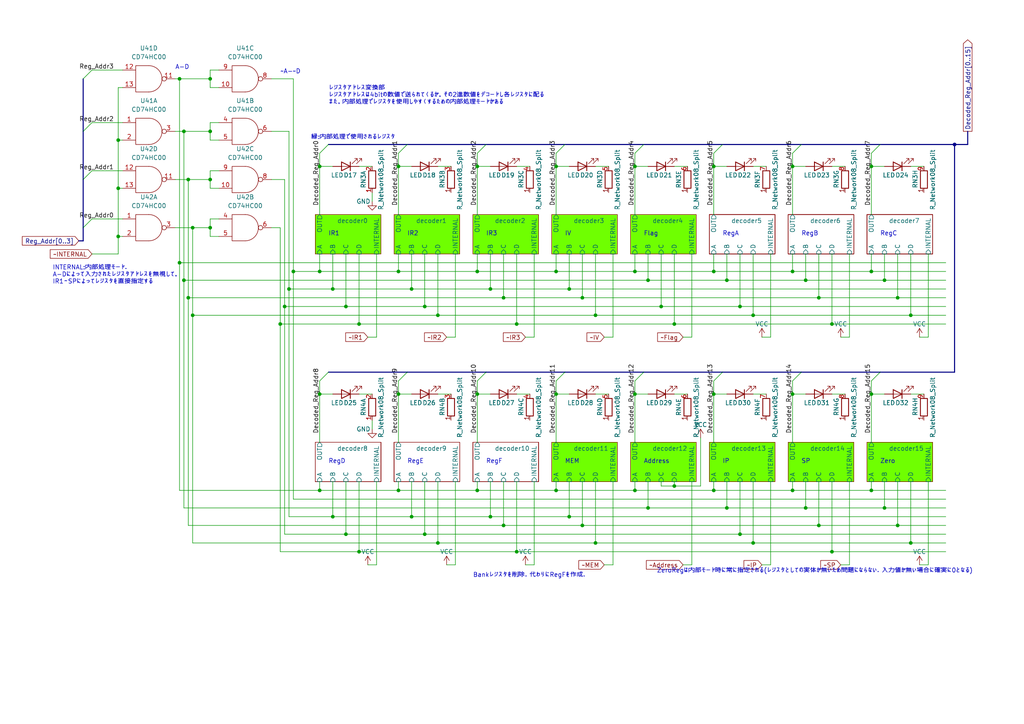
<source format=kicad_sch>
(kicad_sch (version 20211123) (generator eeschema)
  (paper "A4")
  (lib_symbols
    (symbol "CD74HCXX:CD74HC00" (pin_names (offset 0.762))
      (property "Reference" "U" (at -2.54 6.985 0))
      (property "Value" "CD74HC00" (at 1.27 5.08 0))
      (symbol "CD74HC00_0_0"
        (pin power_in line (at -2.54 2.54 0) (length 0) hide (name "VCC") (number "14"))
        (pin power_in line (at -2.54 -2.54 0) (length 0) hide (name "GND") (number "7"))
      )
      (symbol "CD74HC00_0_1"
        (arc (start 0 -3.81) (mid 3.81 0) (end 0 3.81))
        (polyline (pts (xy 0 3.81) (xy -3.81 3.81) (xy -3.81 -3.81) (xy 0 -3.81)))
      )
      (symbol "CD74HC00_0_2"
        (arc (start -4.445 -3.81) (mid -3.175 0) (end -4.445 3.81))
        (arc (start -3.175 -3.81) (mid 0.803 -2.7954) (end 3.81 0))
        (polyline (pts (xy -4.445 -3.81) (xy -3.175 -3.81)))
        (polyline (pts (xy -4.445 3.81) (xy -3.175 3.81)))
        (arc (start 3.81 0) (mid 0.8099 2.8117) (end -3.175 3.81))
      )
      (symbol "CD74HC00_1_1"
        (pin input line (at -7.62 2.54 0) (length 3.81) (name "~") (number "1"))
        (pin input line (at -7.62 -2.54 0) (length 3.81) (name "~") (number "2"))
        (pin output inverted (at 7.62 0 180) (length 3.81) (name "~") (number "3"))
      )
      (symbol "CD74HC00_1_2"
        (pin input inverted (at -7.62 2.54 0) (length 3.81) (name "~") (number "1"))
        (pin input inverted (at -7.62 -2.54 0) (length 3.81) (name "~") (number "2"))
        (pin output line (at 7.62 0 180) (length 3.81) (name "~") (number "3"))
      )
      (symbol "CD74HC00_2_1"
        (pin input line (at -7.62 2.54 0) (length 3.81) (name "~") (number "4"))
        (pin input line (at -7.62 -2.54 0) (length 3.81) (name "~") (number "5"))
        (pin output inverted (at 7.62 0 180) (length 3.81) (name "~") (number "6"))
      )
      (symbol "CD74HC00_2_2"
        (pin input inverted (at -7.62 2.54 0) (length 3.81) (name "~") (number "4"))
        (pin input inverted (at -7.62 -2.54 0) (length 3.81) (name "~") (number "5"))
        (pin output line (at 7.62 0 180) (length 3.81) (name "~") (number "6"))
      )
      (symbol "CD74HC00_3_1"
        (pin input line (at -7.62 -2.54 0) (length 3.81) (name "~") (number "10"))
        (pin output inverted (at 7.62 0 180) (length 3.81) (name "~") (number "8"))
        (pin input line (at -7.62 2.54 0) (length 3.81) (name "~") (number "9"))
      )
      (symbol "CD74HC00_3_2"
        (pin input inverted (at -7.62 -2.54 0) (length 3.81) (name "~") (number "10"))
        (pin output line (at 7.62 0 180) (length 3.81) (name "~") (number "8"))
        (pin input inverted (at -7.62 2.54 0) (length 3.81) (name "~") (number "9"))
      )
      (symbol "CD74HC00_4_1"
        (pin output inverted (at 7.62 0 180) (length 3.81) (name "~") (number "11"))
        (pin input line (at -7.62 2.54 0) (length 3.81) (name "~") (number "12"))
        (pin input line (at -7.62 -2.54 0) (length 3.81) (name "~") (number "13"))
      )
      (symbol "CD74HC00_4_2"
        (pin output line (at 7.62 0 180) (length 3.81) (name "~") (number "11"))
        (pin input inverted (at -7.62 2.54 0) (length 3.81) (name "~") (number "12"))
        (pin input inverted (at -7.62 -2.54 0) (length 3.81) (name "~") (number "13"))
      )
    )
    (symbol "Device:LED" (pin_numbers hide) (pin_names (offset 1.016) hide)
      (property "Reference" "D" (at 0 2.54 0))
      (property "Value" "LED" (at 0 -2.54 0))
      (symbol "LED_0_1"
        (polyline (pts (xy -1.27 -1.27) (xy -1.27 1.27)) (stroke (width 0.254)))
        (polyline (pts (xy -1.27 0) (xy 1.27 0)))
        (polyline (pts (xy 1.27 -1.27) (xy 1.27 1.27) (xy -1.27 0) (xy 1.27 -1.27)) (stroke (width 0.254)))
        (polyline (pts (xy -3.048 -0.762) (xy -4.572 -2.286) (xy -3.81 -2.286) (xy -4.572 -2.286) (xy -4.572 -1.524)))
        (polyline (pts (xy -1.778 -0.762) (xy -3.302 -2.286) (xy -2.54 -2.286) (xy -3.302 -2.286) (xy -3.302 -1.524)))
      )
      (symbol "LED_1_1"
        (pin passive line (at -3.81 0 0) (length 2.54) (name "K") (number "1"))
        (pin passive line (at 3.81 0 180) (length 2.54) (name "A") (number "2"))
      )
    )
    (symbol "Device:R_Network08_Split" (pin_names (offset 0) hide)
      (property "Reference" "RN" (at 2.032 0 90))
      (property "Value" "R_Network08_Split" (at 0 0 90))
      (symbol "R_Network08_Split_0_1"
        (rectangle (start 1.016 2.54) (end -1.016 -2.54) (stroke (width 0.254)))
      )
      (symbol "R_Network08_Split_1_1"
        (pin passive line (at 0 3.81 270) (length 1.27) (name "R1.1") (number "1"))
        (pin passive line (at 0 -3.81 90) (length 1.27) (name "R1.2") (number "2"))
      )
      (symbol "R_Network08_Split_2_1"
        (polyline (pts (xy 0 2.54) (xy 0 3.81)))
        (text "1" (at 0.889 3.175 900) (effects (font (size 1.27 1.27))))
        (pin passive line (at 0 -3.81 90) (length 1.27) (name "R2.2") (number "3"))
      )
      (symbol "R_Network08_Split_3_1"
        (polyline (pts (xy 0 2.54) (xy 0 3.81)))
        (text "1" (at 0.889 3.175 900) (effects (font (size 1.27 1.27))))
        (pin passive line (at 0 -3.81 90) (length 1.27) (name "R3.2") (number "4"))
      )
      (symbol "R_Network08_Split_4_1"
        (polyline (pts (xy 0 2.54) (xy 0 3.81)))
        (text "1" (at 0.889 3.175 900) (effects (font (size 1.27 1.27))))
        (pin passive line (at 0 -3.81 90) (length 1.27) (name "R4.2") (number "5"))
      )
      (symbol "R_Network08_Split_5_1"
        (polyline (pts (xy 0 2.54) (xy 0 3.81)))
        (text "1" (at 0.889 3.175 900) (effects (font (size 1.27 1.27))))
        (pin passive line (at 0 -3.81 90) (length 1.27) (name "R5.2") (number "6"))
      )
      (symbol "R_Network08_Split_6_1"
        (polyline (pts (xy 0 2.54) (xy 0 3.81)))
        (text "1" (at 0.889 3.175 900) (effects (font (size 1.27 1.27))))
        (pin passive line (at 0 -3.81 90) (length 1.27) (name "R6.2") (number "7"))
      )
      (symbol "R_Network08_Split_7_1"
        (polyline (pts (xy 0 2.54) (xy 0 3.81)))
        (text "1" (at 0.889 3.175 900) (effects (font (size 1.27 1.27))))
        (pin passive line (at 0 -3.81 90) (length 1.27) (name "R7.2") (number "8"))
      )
      (symbol "R_Network08_Split_8_1"
        (polyline (pts (xy 0 2.54) (xy 0 3.81)))
        (text "1" (at 0.889 3.175 900) (effects (font (size 1.27 1.27))))
        (pin passive line (at 0 -3.81 90) (length 1.27) (name "R8.2") (number "9"))
      )
    )
    (symbol "power:GND" (power) (pin_names (offset 0))
      (property "Value" "GND" (at 0 -3.81 0))
      (symbol "GND_0_1"
        (polyline (pts (xy 0 0) (xy 0 -1.27) (xy 1.27 -1.27) (xy 0 -2.54) (xy -1.27 -1.27) (xy 0 -1.27)))
      )
      (symbol "GND_1_1"
        (pin power_in line (at 0 0 270) (length 0) hide (name "GND") (number "1"))
      )
    )
    (symbol "power:VCC" (power) (pin_names (offset 0))
      (property "Value" "VCC" (at 0 3.81 0))
      (symbol "VCC_0_1"
        (polyline (pts (xy -0.762 1.27) (xy 0 2.54)))
        (polyline (pts (xy 0 0) (xy 0 2.54)))
        (polyline (pts (xy 0 2.54) (xy 0.762 1.27)))
      )
      (symbol "VCC_1_1"
        (pin power_in line (at 0 0 90) (length 0) hide (name "VCC") (number "1"))
      )
    )
  )
  (junction (at 54.61 52.07))
  (junction (at 207.01 114.3))
  (junction (at 233.68 147.32))
  (junction (at 138.43 48.26))
  (junction (at 146.05 152.4))
  (junction (at 127 157.48))
  (junction (at 218.44 157.48))
  (junction (at 214.63 88.9))
  (junction (at 53.34 38.1))
  (junction (at 60.96 52.07))
  (junction (at 96.52 149.86))
  (junction (at 210.82 147.32))
  (junction (at 256.54 147.32))
  (junction (at 92.71 114.3))
  (junction (at 100.33 154.94))
  (junction (at 260.35 152.4))
  (junction (at 191.77 88.9))
  (junction (at 184.15 78.74))
  (junction (at 252.73 114.3))
  (junction (at 207.01 142.24))
  (junction (at 237.49 86.36))
  (junction (at 119.38 83.82))
  (junction (at 123.19 88.9))
  (junction (at 142.24 83.82))
  (junction (at 34.29 68.58))
  (junction (at 115.57 114.3))
  (junction (at 161.29 142.24))
  (junction (at 233.68 81.28))
  (junction (at 55.88 66.04))
  (junction (at 252.73 48.26))
  (junction (at 172.72 157.48))
  (junction (at 161.29 48.26))
  (junction (at 53.34 81.28))
  (junction (at 260.35 86.36))
  (junction (at 165.1 149.86))
  (junction (at 256.54 81.28))
  (junction (at 161.29 78.74))
  (junction (at 52.07 22.86))
  (junction (at 104.14 160.02))
  (junction (at 195.58 93.98))
  (junction (at 119.38 149.86))
  (junction (at 207.01 48.26))
  (junction (at 195.58 140.97))
  (junction (at 60.96 66.04))
  (junction (at 252.73 142.24))
  (junction (at 142.24 149.86))
  (junction (at 218.44 91.44))
  (junction (at 264.16 91.44))
  (junction (at 149.86 160.02))
  (junction (at 60.96 22.86))
  (junction (at 229.87 48.26))
  (junction (at 184.15 142.24))
  (junction (at 96.52 83.82))
  (junction (at 92.71 142.24))
  (junction (at 207.01 78.74))
  (junction (at 127 91.44))
  (junction (at 210.82 81.28))
  (junction (at 92.71 78.74))
  (junction (at 123.19 154.94))
  (junction (at 100.33 88.9))
  (junction (at 187.96 81.28))
  (junction (at 83.82 83.82))
  (junction (at 172.72 91.44))
  (junction (at 252.73 78.74))
  (junction (at 264.16 157.48))
  (junction (at 146.05 86.36))
  (junction (at 229.87 78.74))
  (junction (at 138.43 78.74))
  (junction (at 165.1 83.82))
  (junction (at 168.91 152.4))
  (junction (at 92.71 48.26))
  (junction (at 115.57 142.24))
  (junction (at 60.96 38.1))
  (junction (at 241.3 93.98))
  (junction (at 81.28 93.98))
  (junction (at 138.43 114.3))
  (junction (at 138.43 142.24))
  (junction (at 214.63 154.94))
  (junction (at 276.86 41.91))
  (junction (at 34.29 40.64))
  (junction (at 55.88 91.44))
  (junction (at 149.86 93.98))
  (junction (at 187.96 147.32))
  (junction (at 85.09 78.74))
  (junction (at 115.57 48.26))
  (junction (at 168.91 86.36))
  (junction (at 184.15 48.26))
  (junction (at 52.07 76.2))
  (junction (at 104.14 93.98))
  (junction (at 229.87 114.3))
  (junction (at 54.61 86.36))
  (junction (at 161.29 114.3))
  (junction (at 237.49 152.4))
  (junction (at 241.3 160.02))
  (junction (at 184.15 114.3))
  (junction (at 82.55 88.9))
  (junction (at 34.29 54.61))
  (junction (at 229.87 142.24))
  (junction (at 115.57 78.74))
  (bus_entry (at 115.57 110.49) (size 2.54 -2.54))
  (bus_entry (at 92.71 44.45) (size 2.54 -2.54))
  (bus_entry (at 115.57 44.45) (size 2.54 -2.54))
  (bus_entry (at 229.87 44.45) (size 2.54 -2.54))
  (bus_entry (at 184.15 44.45) (size 2.54 -2.54))
  (bus_entry (at 161.29 44.45) (size 2.54 -2.54))
  (bus_entry (at 138.43 44.45) (size 2.54 -2.54))
  (bus_entry (at 207.01 44.45) (size 2.54 -2.54))
  (bus_entry (at 24.13 22.86) (size 2.54 -2.54))
  (bus_entry (at 24.13 38.1) (size 2.54 -2.54))
  (bus_entry (at 24.13 52.07) (size 2.54 -2.54))
  (bus_entry (at 24.13 66.04) (size 2.54 -2.54))
  (bus_entry (at 207.01 110.49) (size 2.54 -2.54))
  (bus_entry (at 161.29 110.49) (size 2.54 -2.54))
  (bus_entry (at 229.87 110.49) (size 2.54 -2.54))
  (bus_entry (at 252.73 44.45) (size 2.54 -2.54))
  (bus_entry (at 252.73 110.49) (size 2.54 -2.54))
  (bus_entry (at 138.43 110.49) (size 2.54 -2.54))
  (bus_entry (at 184.15 110.49) (size 2.54 -2.54))
  (bus_entry (at 92.71 110.49) (size 2.54 -2.54))
  (wire (pts (xy 52.07 76.2) (xy 274.32 76.2)))
  (wire (pts (xy 119.38 48.26) (xy 115.57 48.26)))
  (wire (pts (xy 187.96 48.26) (xy 184.15 48.26)))
  (wire (pts (xy 214.63 154.94) (xy 274.32 154.94)))
  (wire (pts (xy 127 139.7) (xy 127 157.48)))
  (wire (pts (xy 233.68 73.66) (xy 233.68 81.28)))
  (wire (pts (xy 60.96 35.56) (xy 63.5 35.56)))
  (wire (pts (xy 256.54 114.3) (xy 252.73 114.3)))
  (wire (pts (xy 267.97 114.3) (xy 264.16 114.3)))
  (wire (pts (xy 222.25 48.26) (xy 218.44 48.26)))
  (wire (pts (xy 123.19 154.94) (xy 214.63 154.94)))
  (wire (pts (xy 52.07 76.2) (xy 52.07 22.86)))
  (wire (pts (xy 34.29 68.58) (xy 35.56 68.58)))
  (wire (pts (xy 195.58 73.66) (xy 195.58 93.98)))
  (bus (pts (xy 209.55 107.95) (xy 232.41 107.95)))
  (wire (pts (xy 127 157.48) (xy 172.72 157.48)))
  (wire (pts (xy 78.74 38.1) (xy 83.82 38.1)))
  (wire (pts (xy 264.16 139.7) (xy 264.16 157.48)))
  (wire (pts (xy 191.77 139.7) (xy 191.77 140.97)))
  (wire (pts (xy 165.1 149.86) (xy 274.32 149.86)))
  (wire (pts (xy 107.95 48.26) (xy 104.14 48.26)))
  (wire (pts (xy 172.72 73.66) (xy 172.72 91.44)))
  (wire (pts (xy 220.98 163.83) (xy 223.52 163.83)))
  (bus (pts (xy 209.55 41.91) (xy 232.41 41.91)))
  (wire (pts (xy 267.97 48.26) (xy 264.16 48.26)))
  (wire (pts (xy 245.11 48.26) (xy 241.3 48.26)))
  (wire (pts (xy 184.15 44.45) (xy 184.15 48.26)))
  (wire (pts (xy 246.38 73.66) (xy 246.38 97.79)))
  (wire (pts (xy 269.24 139.7) (xy 269.24 163.83)))
  (wire (pts (xy 142.24 114.3) (xy 138.43 114.3)))
  (wire (pts (xy 129.54 163.83) (xy 132.08 163.83)))
  (wire (pts (xy 184.15 78.74) (xy 207.01 78.74)))
  (wire (pts (xy 78.74 52.07) (xy 82.55 52.07)))
  (wire (pts (xy 149.86 139.7) (xy 149.86 160.02)))
  (wire (pts (xy 233.68 81.28) (xy 256.54 81.28)))
  (wire (pts (xy 229.87 142.24) (xy 252.73 142.24)))
  (wire (pts (xy 184.15 110.49) (xy 184.15 114.3)))
  (wire (pts (xy 96.52 83.82) (xy 119.38 83.82)))
  (wire (pts (xy 207.01 78.74) (xy 229.87 78.74)))
  (bus (pts (xy 163.83 107.95) (xy 186.69 107.95)))
  (wire (pts (xy 149.86 160.02) (xy 241.3 160.02)))
  (wire (pts (xy 115.57 139.7) (xy 115.57 142.24)))
  (wire (pts (xy 146.05 139.7) (xy 146.05 152.4)))
  (wire (pts (xy 34.29 40.64) (xy 35.56 40.64)))
  (wire (pts (xy 53.34 147.32) (xy 187.96 147.32)))
  (wire (pts (xy 222.25 114.3) (xy 218.44 114.3)))
  (wire (pts (xy 229.87 110.49) (xy 229.87 114.3)))
  (wire (pts (xy 210.82 81.28) (xy 233.68 81.28)))
  (wire (pts (xy 92.71 110.49) (xy 92.71 114.3)))
  (wire (pts (xy 252.73 48.26) (xy 252.73 62.23)))
  (wire (pts (xy 55.88 157.48) (xy 127 157.48)))
  (wire (pts (xy 199.39 114.3) (xy 195.58 114.3)))
  (wire (pts (xy 207.01 44.45) (xy 207.01 48.26)))
  (wire (pts (xy 104.14 160.02) (xy 149.86 160.02)))
  (bus (pts (xy 163.83 41.91) (xy 186.69 41.91)))
  (wire (pts (xy 168.91 86.36) (xy 237.49 86.36)))
  (wire (pts (xy 60.96 25.4) (xy 60.96 22.86)))
  (wire (pts (xy 187.96 147.32) (xy 210.82 147.32)))
  (wire (pts (xy 266.7 97.79) (xy 269.24 97.79)))
  (wire (pts (xy 26.67 20.32) (xy 35.56 20.32)))
  (wire (pts (xy 195.58 140.97) (xy 203.2 140.97)))
  (wire (pts (xy 214.63 88.9) (xy 274.32 88.9)))
  (bus (pts (xy 24.13 22.86) (xy 24.13 38.1)))
  (wire (pts (xy 96.52 114.3) (xy 92.71 114.3)))
  (wire (pts (xy 92.71 142.24) (xy 115.57 142.24)))
  (wire (pts (xy 168.91 152.4) (xy 237.49 152.4)))
  (wire (pts (xy 34.29 68.58) (xy 34.29 73.66)))
  (wire (pts (xy 245.11 114.3) (xy 241.3 114.3)))
  (wire (pts (xy 63.5 68.58) (xy 60.96 68.58)))
  (wire (pts (xy 115.57 78.74) (xy 138.43 78.74)))
  (wire (pts (xy 187.96 114.3) (xy 184.15 114.3)))
  (wire (pts (xy 119.38 73.66) (xy 119.38 83.82)))
  (wire (pts (xy 252.73 142.24) (xy 274.32 142.24)))
  (bus (pts (xy 186.69 41.91) (xy 209.55 41.91)))
  (wire (pts (xy 92.71 78.74) (xy 115.57 78.74)))
  (wire (pts (xy 119.38 83.82) (xy 142.24 83.82)))
  (wire (pts (xy 229.87 139.7) (xy 229.87 142.24)))
  (wire (pts (xy 109.22 73.66) (xy 109.22 97.79)))
  (wire (pts (xy 34.29 40.64) (xy 34.29 54.61)))
  (wire (pts (xy 237.49 86.36) (xy 260.35 86.36)))
  (wire (pts (xy 175.26 163.83) (xy 177.8 163.83)))
  (wire (pts (xy 100.33 139.7) (xy 100.33 154.94)))
  (wire (pts (xy 129.54 97.79) (xy 132.08 97.79)))
  (wire (pts (xy 35.56 25.4) (xy 34.29 25.4)))
  (wire (pts (xy 130.81 114.3) (xy 127 114.3)))
  (wire (pts (xy 26.67 73.66) (xy 34.29 73.66)))
  (wire (pts (xy 184.15 48.26) (xy 184.15 62.23)))
  (wire (pts (xy 233.68 48.26) (xy 229.87 48.26)))
  (wire (pts (xy 176.53 48.26) (xy 172.72 48.26)))
  (wire (pts (xy 138.43 73.66) (xy 138.43 78.74)))
  (wire (pts (xy 104.14 73.66) (xy 104.14 93.98)))
  (bus (pts (xy 95.25 107.95) (xy 118.11 107.95)))
  (wire (pts (xy 177.8 139.7) (xy 177.8 163.83)))
  (wire (pts (xy 243.84 163.83) (xy 246.38 163.83)))
  (wire (pts (xy 252.73 110.49) (xy 252.73 114.3)))
  (wire (pts (xy 187.96 73.66) (xy 187.96 81.28)))
  (wire (pts (xy 81.28 93.98) (xy 81.28 160.02)))
  (wire (pts (xy 210.82 114.3) (xy 207.01 114.3)))
  (wire (pts (xy 132.08 139.7) (xy 132.08 163.83)))
  (wire (pts (xy 34.29 25.4) (xy 34.29 40.64)))
  (wire (pts (xy 52.07 142.24) (xy 92.71 142.24)))
  (wire (pts (xy 237.49 139.7) (xy 237.49 152.4)))
  (wire (pts (xy 54.61 52.07) (xy 60.96 52.07)))
  (wire (pts (xy 165.1 73.66) (xy 165.1 83.82)))
  (wire (pts (xy 214.63 73.66) (xy 214.63 88.9)))
  (wire (pts (xy 85.09 144.78) (xy 274.32 144.78)))
  (wire (pts (xy 210.82 139.7) (xy 210.82 147.32)))
  (wire (pts (xy 119.38 114.3) (xy 115.57 114.3)))
  (bus (pts (xy 24.13 52.07) (xy 24.13 66.04)))
  (wire (pts (xy 229.87 44.45) (xy 229.87 48.26)))
  (wire (pts (xy 96.52 149.86) (xy 119.38 149.86)))
  (wire (pts (xy 104.14 139.7) (xy 104.14 160.02)))
  (wire (pts (xy 54.61 152.4) (xy 146.05 152.4)))
  (bus (pts (xy 255.27 41.91) (xy 276.86 41.91)))
  (wire (pts (xy 78.74 22.86) (xy 85.09 22.86)))
  (wire (pts (xy 119.38 139.7) (xy 119.38 149.86)))
  (wire (pts (xy 187.96 139.7) (xy 187.96 147.32)))
  (wire (pts (xy 214.63 139.7) (xy 214.63 154.94)))
  (wire (pts (xy 264.16 73.66) (xy 264.16 91.44)))
  (wire (pts (xy 172.72 139.7) (xy 172.72 157.48)))
  (wire (pts (xy 218.44 157.48) (xy 264.16 157.48)))
  (bus (pts (xy 232.41 107.95) (xy 255.27 107.95)))
  (wire (pts (xy 115.57 142.24) (xy 138.43 142.24)))
  (wire (pts (xy 96.52 73.66) (xy 96.52 83.82)))
  (wire (pts (xy 241.3 139.7) (xy 241.3 160.02)))
  (bus (pts (xy 140.97 41.91) (xy 163.83 41.91)))
  (wire (pts (xy 165.1 48.26) (xy 161.29 48.26)))
  (wire (pts (xy 175.26 97.79) (xy 177.8 97.79)))
  (wire (pts (xy 52.07 142.24) (xy 52.07 76.2)))
  (wire (pts (xy 146.05 152.4) (xy 168.91 152.4)))
  (wire (pts (xy 60.96 63.5) (xy 63.5 63.5)))
  (wire (pts (xy 229.87 73.66) (xy 229.87 78.74)))
  (wire (pts (xy 138.43 114.3) (xy 138.43 128.27)))
  (wire (pts (xy 154.94 139.7) (xy 154.94 163.83)))
  (wire (pts (xy 161.29 114.3) (xy 161.29 128.27)))
  (wire (pts (xy 207.01 142.24) (xy 229.87 142.24)))
  (wire (pts (xy 218.44 91.44) (xy 264.16 91.44)))
  (wire (pts (xy 82.55 88.9) (xy 100.33 88.9)))
  (bus (pts (xy 280.67 38.1) (xy 280.67 41.91)))
  (wire (pts (xy 218.44 73.66) (xy 218.44 91.44)))
  (wire (pts (xy 92.71 44.45) (xy 92.71 48.26)))
  (wire (pts (xy 142.24 149.86) (xy 165.1 149.86)))
  (wire (pts (xy 269.24 73.66) (xy 269.24 97.79)))
  (wire (pts (xy 142.24 73.66) (xy 142.24 83.82)))
  (wire (pts (xy 207.01 110.49) (xy 207.01 114.3)))
  (wire (pts (xy 60.96 49.53) (xy 63.5 49.53)))
  (wire (pts (xy 119.38 149.86) (xy 142.24 149.86)))
  (wire (pts (xy 54.61 86.36) (xy 146.05 86.36)))
  (wire (pts (xy 233.68 139.7) (xy 233.68 147.32)))
  (bus (pts (xy 276.86 41.91) (xy 276.86 107.95)))
  (wire (pts (xy 142.24 48.26) (xy 138.43 48.26)))
  (wire (pts (xy 50.8 52.07) (xy 54.61 52.07)))
  (wire (pts (xy 229.87 78.74) (xy 252.73 78.74)))
  (wire (pts (xy 256.54 147.32) (xy 274.32 147.32)))
  (wire (pts (xy 138.43 78.74) (xy 161.29 78.74)))
  (wire (pts (xy 138.43 48.26) (xy 138.43 62.23)))
  (wire (pts (xy 177.8 73.66) (xy 177.8 97.79)))
  (wire (pts (xy 53.34 81.28) (xy 187.96 81.28)))
  (bus (pts (xy 140.97 107.95) (xy 163.83 107.95)))
  (wire (pts (xy 83.82 38.1) (xy 83.82 83.82)))
  (wire (pts (xy 53.34 38.1) (xy 60.96 38.1)))
  (wire (pts (xy 26.67 63.5) (xy 35.56 63.5)))
  (wire (pts (xy 161.29 73.66) (xy 161.29 78.74)))
  (wire (pts (xy 210.82 48.26) (xy 207.01 48.26)))
  (wire (pts (xy 165.1 114.3) (xy 161.29 114.3)))
  (wire (pts (xy 123.19 139.7) (xy 123.19 154.94)))
  (wire (pts (xy 256.54 73.66) (xy 256.54 81.28)))
  (bus (pts (xy 276.86 41.91) (xy 280.67 41.91)))
  (wire (pts (xy 161.29 110.49) (xy 161.29 114.3)))
  (wire (pts (xy 26.67 35.56) (xy 35.56 35.56)))
  (wire (pts (xy 210.82 147.32) (xy 233.68 147.32)))
  (wire (pts (xy 252.73 139.7) (xy 252.73 142.24)))
  (wire (pts (xy 172.72 157.48) (xy 218.44 157.48)))
  (wire (pts (xy 107.95 58.42) (xy 107.95 55.88)))
  (wire (pts (xy 252.73 73.66) (xy 252.73 78.74)))
  (wire (pts (xy 100.33 88.9) (xy 123.19 88.9)))
  (wire (pts (xy 63.5 25.4) (xy 60.96 25.4)))
  (wire (pts (xy 146.05 73.66) (xy 146.05 86.36)))
  (wire (pts (xy 146.05 86.36) (xy 168.91 86.36)))
  (wire (pts (xy 50.8 22.86) (xy 52.07 22.86)))
  (wire (pts (xy 237.49 152.4) (xy 260.35 152.4)))
  (bus (pts (xy 118.11 107.95) (xy 140.97 107.95)))
  (wire (pts (xy 184.15 114.3) (xy 184.15 128.27)))
  (wire (pts (xy 96.52 139.7) (xy 96.52 149.86)))
  (wire (pts (xy 237.49 73.66) (xy 237.49 86.36)))
  (bus (pts (xy 22.86 69.85) (xy 24.13 69.85)))
  (wire (pts (xy 83.82 83.82) (xy 96.52 83.82)))
  (wire (pts (xy 138.43 139.7) (xy 138.43 142.24)))
  (wire (pts (xy 233.68 114.3) (xy 229.87 114.3)))
  (wire (pts (xy 63.5 40.64) (xy 60.96 40.64)))
  (wire (pts (xy 83.82 83.82) (xy 83.82 149.86)))
  (wire (pts (xy 34.29 54.61) (xy 34.29 68.58)))
  (wire (pts (xy 256.54 139.7) (xy 256.54 147.32)))
  (wire (pts (xy 81.28 66.04) (xy 81.28 93.98)))
  (wire (pts (xy 106.68 163.83) (xy 109.22 163.83)))
  (wire (pts (xy 223.52 73.66) (xy 223.52 97.79)))
  (wire (pts (xy 50.8 38.1) (xy 53.34 38.1)))
  (wire (pts (xy 149.86 93.98) (xy 195.58 93.98)))
  (wire (pts (xy 246.38 139.7) (xy 246.38 163.83)))
  (wire (pts (xy 127 73.66) (xy 127 91.44)))
  (wire (pts (xy 142.24 139.7) (xy 142.24 149.86)))
  (wire (pts (xy 165.1 83.82) (xy 274.32 83.82)))
  (wire (pts (xy 260.35 139.7) (xy 260.35 152.4)))
  (bus (pts (xy 186.69 107.95) (xy 209.55 107.95)))
  (wire (pts (xy 115.57 73.66) (xy 115.57 78.74)))
  (wire (pts (xy 100.33 73.66) (xy 100.33 88.9)))
  (wire (pts (xy 60.96 52.07) (xy 60.96 49.53)))
  (wire (pts (xy 81.28 93.98) (xy 104.14 93.98)))
  (wire (pts (xy 60.96 22.86) (xy 60.96 20.32)))
  (wire (pts (xy 256.54 81.28) (xy 274.32 81.28)))
  (wire (pts (xy 82.55 52.07) (xy 82.55 88.9)))
  (wire (pts (xy 60.96 68.58) (xy 60.96 66.04)))
  (wire (pts (xy 241.3 73.66) (xy 241.3 93.98)))
  (wire (pts (xy 55.88 91.44) (xy 127 91.44)))
  (wire (pts (xy 191.77 88.9) (xy 214.63 88.9)))
  (wire (pts (xy 138.43 142.24) (xy 161.29 142.24)))
  (wire (pts (xy 60.96 20.32) (xy 63.5 20.32)))
  (wire (pts (xy 252.73 114.3) (xy 252.73 128.27)))
  (wire (pts (xy 82.55 154.94) (xy 100.33 154.94)))
  (wire (pts (xy 161.29 44.45) (xy 161.29 48.26)))
  (wire (pts (xy 92.71 139.7) (xy 92.71 142.24)))
  (bus (pts (xy 24.13 66.04) (xy 24.13 69.85)))
  (wire (pts (xy 152.4 163.83) (xy 154.94 163.83)))
  (wire (pts (xy 138.43 44.45) (xy 138.43 48.26)))
  (wire (pts (xy 54.61 86.36) (xy 54.61 52.07)))
  (wire (pts (xy 50.8 66.04) (xy 55.88 66.04)))
  (wire (pts (xy 191.77 140.97) (xy 195.58 140.97)))
  (wire (pts (xy 153.67 48.26) (xy 149.86 48.26)))
  (wire (pts (xy 199.39 48.26) (xy 195.58 48.26)))
  (wire (pts (xy 82.55 88.9) (xy 82.55 154.94)))
  (wire (pts (xy 198.12 97.79) (xy 200.66 97.79)))
  (wire (pts (xy 264.16 157.48) (xy 274.32 157.48)))
  (wire (pts (xy 229.87 48.26) (xy 229.87 62.23)))
  (wire (pts (xy 207.01 139.7) (xy 207.01 142.24)))
  (wire (pts (xy 161.29 142.24) (xy 184.15 142.24)))
  (wire (pts (xy 191.77 73.66) (xy 191.77 88.9)))
  (wire (pts (xy 260.35 73.66) (xy 260.35 86.36)))
  (wire (pts (xy 85.09 78.74) (xy 85.09 144.78)))
  (wire (pts (xy 52.07 22.86) (xy 60.96 22.86)))
  (wire (pts (xy 195.58 93.98) (xy 241.3 93.98)))
  (bus (pts (xy 95.25 41.91) (xy 118.11 41.91)))
  (wire (pts (xy 195.58 139.7) (xy 195.58 140.97)))
  (wire (pts (xy 92.71 114.3) (xy 92.71 128.27)))
  (wire (pts (xy 132.08 73.66) (xy 132.08 97.79)))
  (bus (pts (xy 118.11 41.91) (xy 140.97 41.91)))
  (wire (pts (xy 115.57 110.49) (xy 115.57 114.3)))
  (wire (pts (xy 218.44 139.7) (xy 218.44 157.48)))
  (wire (pts (xy 127 91.44) (xy 172.72 91.44)))
  (wire (pts (xy 168.91 139.7) (xy 168.91 152.4)))
  (wire (pts (xy 229.87 114.3) (xy 229.87 128.27)))
  (wire (pts (xy 53.34 81.28) (xy 53.34 38.1)))
  (wire (pts (xy 78.74 66.04) (xy 81.28 66.04)))
  (wire (pts (xy 83.82 149.86) (xy 96.52 149.86)))
  (wire (pts (xy 123.19 73.66) (xy 123.19 88.9)))
  (wire (pts (xy 243.84 97.79) (xy 246.38 97.79)))
  (wire (pts (xy 26.67 49.53) (xy 35.56 49.53)))
  (wire (pts (xy 176.53 114.3) (xy 172.72 114.3)))
  (wire (pts (xy 161.29 139.7) (xy 161.29 142.24)))
  (wire (pts (xy 115.57 48.26) (xy 115.57 62.23)))
  (wire (pts (xy 149.86 73.66) (xy 149.86 93.98)))
  (wire (pts (xy 104.14 93.98) (xy 149.86 93.98)))
  (wire (pts (xy 161.29 78.74) (xy 184.15 78.74)))
  (wire (pts (xy 60.96 38.1) (xy 60.96 35.56)))
  (wire (pts (xy 60.96 54.61) (xy 60.96 52.07)))
  (wire (pts (xy 54.61 152.4) (xy 54.61 86.36)))
  (wire (pts (xy 81.28 160.02) (xy 104.14 160.02)))
  (wire (pts (xy 161.29 48.26) (xy 161.29 62.23)))
  (wire (pts (xy 207.01 114.3) (xy 207.01 128.27)))
  (wire (pts (xy 115.57 114.3) (xy 115.57 128.27)))
  (wire (pts (xy 207.01 48.26) (xy 207.01 62.23)))
  (wire (pts (xy 55.88 66.04) (xy 60.96 66.04)))
  (wire (pts (xy 210.82 73.66) (xy 210.82 81.28)))
  (wire (pts (xy 154.94 73.66) (xy 154.94 97.79)))
  (wire (pts (xy 260.35 152.4) (xy 274.32 152.4)))
  (wire (pts (xy 85.09 78.74) (xy 92.71 78.74)))
  (wire (pts (xy 223.52 139.7) (xy 223.52 163.83)))
  (wire (pts (xy 184.15 139.7) (xy 184.15 142.24)))
  (wire (pts (xy 260.35 86.36) (xy 274.32 86.36)))
  (wire (pts (xy 172.72 91.44) (xy 218.44 91.44)))
  (wire (pts (xy 107.95 114.3) (xy 104.14 114.3)))
  (wire (pts (xy 184.15 73.66) (xy 184.15 78.74)))
  (wire (pts (xy 207.01 73.66) (xy 207.01 78.74)))
  (wire (pts (xy 85.09 22.86) (xy 85.09 78.74)))
  (wire (pts (xy 130.81 48.26) (xy 127 48.26)))
  (wire (pts (xy 100.33 154.94) (xy 123.19 154.94)))
  (wire (pts (xy 198.12 163.83) (xy 200.66 163.83)))
  (wire (pts (xy 96.52 48.26) (xy 92.71 48.26)))
  (wire (pts (xy 152.4 97.79) (xy 154.94 97.79)))
  (wire (pts (xy 55.88 66.04) (xy 55.88 91.44)))
  (wire (pts (xy 60.96 66.04) (xy 60.96 63.5)))
  (wire (pts (xy 266.7 163.83) (xy 269.24 163.83)))
  (wire (pts (xy 106.68 97.79) (xy 109.22 97.79)))
  (wire (pts (xy 55.88 157.48) (xy 55.88 91.44)))
  (wire (pts (xy 34.29 54.61) (xy 35.56 54.61)))
  (bus (pts (xy 255.27 107.95) (xy 276.86 107.95)))
  (bus (pts (xy 232.41 41.91) (xy 255.27 41.91)))
  (wire (pts (xy 107.95 124.46) (xy 107.95 121.92)))
  (wire (pts (xy 115.57 44.45) (xy 115.57 48.26)))
  (wire (pts (xy 203.2 127) (xy 203.2 140.97)))
  (wire (pts (xy 109.22 139.7) (xy 109.22 163.83)))
  (wire (pts (xy 256.54 48.26) (xy 252.73 48.26)))
  (wire (pts (xy 252.73 78.74) (xy 274.32 78.74)))
  (wire (pts (xy 92.71 73.66) (xy 92.71 78.74)))
  (wire (pts (xy 241.3 160.02) (xy 274.32 160.02)))
  (wire (pts (xy 153.67 114.3) (xy 149.86 114.3)))
  (wire (pts (xy 123.19 88.9) (xy 191.77 88.9)))
  (wire (pts (xy 184.15 142.24) (xy 207.01 142.24)))
  (wire (pts (xy 233.68 147.32) (xy 256.54 147.32)))
  (wire (pts (xy 264.16 91.44) (xy 274.32 91.44)))
  (wire (pts (xy 60.96 40.64) (xy 60.96 38.1)))
  (bus (pts (xy 24.13 38.1) (xy 24.13 52.07)))
  (wire (pts (xy 165.1 139.7) (xy 165.1 149.86)))
  (wire (pts (xy 252.73 44.45) (xy 252.73 48.26)))
  (wire (pts (xy 53.34 147.32) (xy 53.34 81.28)))
  (wire (pts (xy 241.3 93.98) (xy 274.32 93.98)))
  (wire (pts (xy 200.66 139.7) (xy 200.66 163.83)))
  (wire (pts (xy 142.24 83.82) (xy 165.1 83.82)))
  (wire (pts (xy 200.66 73.66) (xy 200.66 97.79)))
  (wire (pts (xy 138.43 110.49) (xy 138.43 114.3)))
  (wire (pts (xy 92.71 48.26) (xy 92.71 62.23)))
  (wire (pts (xy 63.5 54.61) (xy 60.96 54.61)))
  (wire (pts (xy 187.96 81.28) (xy 210.82 81.28)))
  (wire (pts (xy 168.91 73.66) (xy 168.91 86.36)))
  (wire (pts (xy 220.98 97.79) (xy 223.52 97.79)))
  (text "Zero" (at 255.27 134.62 0) (effects (font (size 1.27 1.27)) (justify left bottom)))
  (text "~A-~D" (at 81.28 21.59 0) (effects (font (size 1.27 1.27)) (justify left bottom)))
  (text "IR2" (at 118.11 68.58 0) (effects (font (size 1.27 1.27)) (justify left bottom)))
  (text "MEM" (at 163.83 134.62 0) (effects (font (size 1.27 1.27)) (justify left bottom)))
  (text "レジスタアドレス変換部\nレジスタアドレスは4bitの数値で送られてくるが，その2進数値をデコードし各レジスタに配る\nまた，内部処理でレジスタを使用しやすくするための内部処理モードがある" (at 95.25 30.48 0) (effects (font (size 1.27 1.27)) (justify left bottom)))
  (text "IR1" (at 95.25 68.58 0) (effects (font (size 1.27 1.27)) (justify left bottom)))
  (text "INTERNAL:内部処理モード．\nA-Dによって入力されたレジスタアドレスを無視して，\nIR1～SPによってレジスタを直接指定する" (at 15.24 82.55 0) (effects (font (size 1.27 1.27)) (justify left bottom)))
  (text "RegE" (at 118.11 134.62 0) (effects (font (size 1.27 1.27)) (justify left bottom)))
  (text "RegF" (at 140.97 134.62 0) (effects (font (size 1.27 1.27)) (justify left bottom)))
  (text "Address" (at 186.69 134.62 0) (effects (font (size 1.27 1.27)) (justify left bottom)))
  (text "緑:内部処理で使用されるレジスタ" (at 90.17 40.64 0) (effects (font (size 1.27 1.27)) (justify left bottom)))
  (text "A-D" (at 50.8 20.32 0) (effects (font (size 1.27 1.27)) (justify left bottom)))
  (text "RegA" (at 209.55 68.58 0) (effects (font (size 1.27 1.27)) (justify left bottom)))
  (text "ZeroRegは内部モード時に常に指定される(レジスタとしての実体が無いため問題にならない．入力値が無い場合に確実に0となる)" (at 190.5 166.37 0) (effects (font (size 1.27 1.27)) (justify left bottom)))
  (text "Bankレジスタを削除．代わりにRegFを作成．" (at 137.16 167.64 0) (effects (font (size 1.27 1.27)) (justify left bottom)))
  (text "Flag" (at 186.69 68.58 0) (effects (font (size 1.27 1.27)) (justify left bottom)))
  (text "RegD" (at 95.25 134.62 0) (effects (font (size 1.27 1.27)) (justify left bottom)))
  (text "RegC" (at 255.27 68.58 0) (effects (font (size 1.27 1.27)) (justify left bottom)))
  (text "IV" (at 163.83 68.58 0) (effects (font (size 1.27 1.27)) (justify left bottom)))
  (text "IR3" (at 140.97 68.58 0) (effects (font (size 1.27 1.27)) (justify left bottom)))
  (text "RegB" (at 232.41 68.58 0) (effects (font (size 1.27 1.27)) (justify left bottom)))
  (text "IP" (at 209.55 134.62 0) (effects (font (size 1.27 1.27)) (justify left bottom)))
  (text "SP" (at 232.41 134.62 0) (effects (font (size 1.27 1.27)) (justify left bottom)))
  (label "Decoded_Reg_Addr0" (at 92.71 59.69 90))
  (label "Decoded_Reg_Addr6" (at 229.87 59.69 90))
  (label "Reg_Addr3" (at 33.02 20.32 180))
  (label "Decoded_Reg_Addr13" (at 207.01 125.73 90))
  (label "Decoded_Reg_Addr10" (at 138.43 125.73 90))
  (label "Reg_Addr2" (at 33.02 35.56 180))
  (label "Decoded_Reg_Addr12" (at 184.15 125.73 90))
  (label "Reg_Addr1" (at 33.02 49.53 180))
  (label "Decoded_Reg_Addr7" (at 252.73 59.69 90))
  (label "Decoded_Reg_Addr8" (at 92.71 125.73 90))
  (label "Decoded_Reg_Addr4" (at 184.15 59.69 90))
  (label "Decoded_Reg_Addr14" (at 229.87 125.73 90))
  (label "Reg_Addr0" (at 33.02 63.5 180))
  (label "Decoded_Reg_Addr2" (at 138.43 59.69 90))
  (label "Decoded_Reg_Addr9" (at 115.57 125.73 90))
  (label "Decoded_Reg_Addr1" (at 115.57 59.69 90))
  (label "Decoded_Reg_Addr11" (at 161.29 125.73 90))
  (label "Decoded_Reg_Addr5" (at 207.01 59.69 90))
  (label "Decoded_Reg_Addr15" (at 252.73 125.73 90))
  (label "Decoded_Reg_Addr3" (at 161.29 59.69 90))
  (global_label "~INTERNAL" (shape input) (at 26.67 73.66 180) (property "Intersheet References" "${INTERSHEET_REFS}" (effects hide)))
  (global_label "~SP" (shape input) (at 243.84 163.83 180) (property "Intersheet References" "${INTERSHEET_REFS}" (effects hide)))
  (global_label "~IV" (shape input) (at 175.26 97.79 180) (property "Intersheet References" "${INTERSHEET_REFS}" (effects hide)))
  (global_label "Reg_Addr[0..3]" (shape input) (at 22.86 69.85 180) (property "Intersheet References" "${INTERSHEET_REFS}" (effects hide)))
  (global_label "~IR2" (shape input) (at 129.54 97.79 180) (property "Intersheet References" "${INTERSHEET_REFS}" (effects hide)))
  (global_label "Decoded_Reg_Addr[0..15]" (shape output) (at 280.67 38.1 90) (property "Intersheet References" "${INTERSHEET_REFS}" (effects hide)))
  (global_label "~Flag" (shape input) (at 198.12 97.79 180) (property "Intersheet References" "${INTERSHEET_REFS}" (effects hide)))
  (global_label "~Address" (shape input) (at 198.12 163.83 180) (property "Intersheet References" "${INTERSHEET_REFS}" (effects hide)))
  (global_label "~IP" (shape input) (at 220.98 163.83 180) (property "Intersheet References" "${INTERSHEET_REFS}" (effects hide)))
  (global_label "~MEM" (shape input) (at 175.26 163.83 180) (property "Intersheet References" "${INTERSHEET_REFS}" (effects hide)))
  (global_label "~IR1" (shape input) (at 106.68 97.79 180) (property "Intersheet References" "${INTERSHEET_REFS}" (effects hide)))
  (global_label "~IR3" (shape input) (at 152.4 97.79 180) (property "Intersheet References" "${INTERSHEET_REFS}" (effects hide)))
  (symbol (lib_id "Device:LED") (at 191.77 114.3 180) (unit 1)
    (property "Reference" "D29" (at 193.04 116.84 0))
    (property "Value" "LED" (at 189.23 116.84 0))
    (property "Footprint" "LED_THT:LED_D3.0mm" (effects hide))
  )
  (symbol (lib_id "power:VCC") (at 129.54 163.83 0) (unit 1)
    (property "Reference" "#PWR011" (effects hide))
    (property "Value" "VCC" (at 129.54 160.02 0))
  )
  (symbol (lib_id "Device:R_Network08_Split") (at 153.67 52.07 180) (unit 3)
    (property "Reference" "RN3" (at 151.13 54.61 90) (effects (justify right)))
    (property "Value" "R_Network08_Split" (at 156.21 60.96 90) (effects (justify right)))
    (property "Footprint" "Resistor_THT:R_Array_SIP9" (effects hide))
    (property "Datasheet" "http://www.vishay.com/docs/31509/csc.pdf" (effects hide))
  )
  (symbol (lib_id "Device:LED") (at 123.19 114.3 180) (unit 1)
    (property "Reference" "D26" (at 124.46 116.84 0))
    (property "Value" "LED" (at 120.65 116.84 0))
    (property "Footprint" "LED_THT:LED_D3.0mm" (effects hide))
  )
  (symbol (lib_id "Device:R_Network08_Split") (at 222.25 118.11 180) (unit 6)
    (property "Reference" "RN4" (at 219.71 120.65 90) (effects (justify right)))
    (property "Value" "R_Network08_Split" (at 224.79 127 90) (effects (justify right)))
    (property "Footprint" "Resistor_THT:R_Array_SIP9" (effects hide))
    (property "Datasheet" "http://www.vishay.com/docs/31509/csc.pdf" (effects hide))
  )
  (symbol (lib_id "Device:LED") (at 214.63 48.26 180) (unit 1)
    (property "Reference" "D22" (at 215.9 50.8 0))
    (property "Value" "LED" (at 212.09 50.8 0))
    (property "Footprint" "LED_THT:LED_D3.0mm" (effects hide))
  )
  (symbol (lib_id "Device:R_Network08_Split") (at 267.97 118.11 180) (unit 8)
    (property "Reference" "RN4" (at 265.43 120.65 90) (effects (justify right)))
    (property "Value" "R_Network08_Split" (at 270.51 127 90) (effects (justify right)))
    (property "Footprint" "Resistor_THT:R_Array_SIP9" (effects hide))
    (property "Datasheet" "http://www.vishay.com/docs/31509/csc.pdf" (effects hide))
  )
  (symbol (lib_id "power:GND") (at 107.95 124.46 0) (unit 1)
    (property "Reference" "#PWR04" (effects hide))
    (property "Value" "GND" (at 105.41 124.46 0))
  )
  (symbol (lib_id "Device:LED") (at 260.35 48.26 180) (unit 1)
    (property "Reference" "D24" (at 261.62 50.8 0))
    (property "Value" "LED" (at 257.81 50.8 0))
    (property "Footprint" "LED_THT:LED_D3.0mm" (effects hide))
  )
  (symbol (lib_id "Device:R_Network08_Split") (at 130.81 52.07 180) (unit 2)
    (property "Reference" "RN3" (at 128.27 54.61 90) (effects (justify right)))
    (property "Value" "R_Network08_Split" (at 133.35 60.96 90) (effects (justify right)))
    (property "Footprint" "Resistor_THT:R_Array_SIP9" (effects hide))
    (property "Datasheet" "http://www.vishay.com/docs/31509/csc.pdf" (effects hide))
  )
  (symbol (lib_id "CD74HCXX:CD74HC00") (at 43.18 66.04 0) (unit 1)
    (property "Reference" "U42" (at 43.18 57.15 0))
    (property "Value" "CD74HC00" (at 43.18 59.69 0))
    (property "Footprint" "Package_DIP:DIP-14_W7.62mm" (effects hide))
  )
  (symbol (lib_id "Device:LED") (at 123.19 48.26 180) (unit 1)
    (property "Reference" "D18" (at 124.46 50.8 0))
    (property "Value" "LED" (at 120.65 50.8 0))
    (property "Footprint" "LED_THT:LED_D3.0mm" (effects hide))
  )
  (symbol (lib_id "Device:LED") (at 100.33 48.26 180) (unit 1)
    (property "Reference" "D17" (at 101.6 50.8 0))
    (property "Value" "LED" (at 97.79 50.8 0))
    (property "Footprint" "LED_THT:LED_D3.0mm" (effects hide))
  )
  (symbol (lib_id "Device:LED") (at 237.49 114.3 180) (unit 1)
    (property "Reference" "D31" (at 238.76 116.84 0))
    (property "Value" "LED" (at 234.95 116.84 0))
    (property "Footprint" "LED_THT:LED_D3.0mm" (effects hide))
  )
  (symbol (lib_id "Device:R_Network08_Split") (at 199.39 52.07 180) (unit 5)
    (property "Reference" "RN3" (at 196.85 54.61 90) (effects (justify right)))
    (property "Value" "R_Network08_Split" (at 201.93 60.96 90) (effects (justify right)))
    (property "Footprint" "Resistor_THT:R_Array_SIP9" (effects hide))
    (property "Datasheet" "http://www.vishay.com/docs/31509/csc.pdf" (effects hide))
  )
  (symbol (lib_id "power:VCC") (at 266.7 97.79 0) (unit 1)
    (property "Reference" "#PWR016" (effects hide))
    (property "Value" "VCC" (at 266.7 93.98 0))
  )
  (symbol (lib_id "power:VCC") (at 106.68 163.83 0) (unit 1)
    (property "Reference" "#PWR010" (effects hide))
    (property "Value" "VCC" (at 106.68 160.02 0))
  )
  (symbol (lib_id "CD74HCXX:CD74HC00") (at 71.12 66.04 0) (unit 2)
    (property "Reference" "U42" (at 71.12 57.15 0))
    (property "Value" "CD74HC00" (at 71.12 59.69 0))
    (property "Footprint" "Package_DIP:DIP-14_W7.62mm" (effects hide))
  )
  (symbol (lib_id "CD74HCXX:CD74HC00") (at 43.18 38.1 0) (unit 1)
    (property "Reference" "U41" (at 43.18 29.21 0))
    (property "Value" "CD74HC00" (at 43.18 31.75 0))
    (property "Footprint" "Package_DIP:DIP-14_W7.62mm" (effects hide))
  )
  (symbol (lib_id "Device:R_Network08_Split") (at 107.95 52.07 180) (unit 1)
    (property "Reference" "RN3" (at 105.41 54.61 90) (effects (justify right)))
    (property "Value" "R_Network08_Split" (at 110.49 60.96 90) (effects (justify right)))
    (property "Footprint" "Resistor_THT:R_Array_SIP9" (effects hide))
    (property "Datasheet" "http://www.vishay.com/docs/31509/csc.pdf" (effects hide))
  )
  (symbol (lib_id "Device:R_Network08_Split") (at 222.25 52.07 180) (unit 6)
    (property "Reference" "RN3" (at 219.71 54.61 90) (effects (justify right)))
    (property "Value" "R_Network08_Split" (at 224.79 60.96 90) (effects (justify right)))
    (property "Footprint" "Resistor_THT:R_Array_SIP9" (effects hide))
    (property "Datasheet" "http://www.vishay.com/docs/31509/csc.pdf" (effects hide))
  )
  (symbol (lib_id "Device:LED") (at 260.35 114.3 180) (unit 1)
    (property "Reference" "D32" (at 261.62 116.84 0))
    (property "Value" "LED" (at 257.81 116.84 0))
    (property "Footprint" "LED_THT:LED_D3.0mm" (effects hide))
  )
  (symbol (lib_id "power:VCC") (at 220.98 97.79 0) (unit 1)
    (property "Reference" "#PWR014" (effects hide))
    (property "Value" "VCC" (at 220.98 93.98 0))
  )
  (symbol (lib_id "Device:LED") (at 146.05 48.26 180) (unit 1)
    (property "Reference" "D19" (at 147.32 50.8 0))
    (property "Value" "LED" (at 143.51 50.8 0))
    (property "Footprint" "LED_THT:LED_D3.0mm" (effects hide))
  )
  (symbol (lib_id "Device:R_Network08_Split") (at 153.67 118.11 180) (unit 3)
    (property "Reference" "RN4" (at 151.13 120.65 90) (effects (justify right)))
    (property "Value" "R_Network08_Split" (at 156.21 127 90) (effects (justify right)))
    (property "Footprint" "Resistor_THT:R_Array_SIP9" (effects hide))
    (property "Datasheet" "http://www.vishay.com/docs/31509/csc.pdf" (effects hide))
  )
  (symbol (lib_id "Device:LED") (at 100.33 114.3 180) (unit 1)
    (property "Reference" "D25" (at 101.6 116.84 0))
    (property "Value" "LED" (at 97.79 116.84 0))
    (property "Footprint" "LED_THT:LED_D3.0mm" (effects hide))
  )
  (symbol (lib_id "power:VCC") (at 203.2 127 0) (unit 1)
    (property "Reference" "#PWR013" (effects hide))
    (property "Value" "VCC" (at 203.2 123.19 0))
  )
  (symbol (lib_id "CD74HCXX:CD74HC00") (at 71.12 52.07 0) (unit 3)
    (property "Reference" "U42" (at 71.12 43.18 0))
    (property "Value" "CD74HC00" (at 71.12 45.72 0))
    (property "Footprint" "Package_DIP:DIP-14_W7.62mm" (effects hide))
  )
  (symbol (lib_id "CD74HCXX:CD74HC00") (at 71.12 22.86 0) (unit 3)
    (property "Reference" "U41" (at 71.12 13.97 0))
    (property "Value" "CD74HC00" (at 71.12 16.51 0))
    (property "Footprint" "Package_DIP:DIP-14_W7.62mm" (effects hide))
  )
  (symbol (lib_id "Device:R_Network08_Split") (at 199.39 118.11 180) (unit 5)
    (property "Reference" "RN4" (at 196.85 120.65 90) (effects (justify right)))
    (property "Value" "R_Network08_Split" (at 201.93 127 90) (effects (justify right)))
    (property "Footprint" "Resistor_THT:R_Array_SIP9" (effects hide))
    (property "Datasheet" "http://www.vishay.com/docs/31509/csc.pdf" (effects hide))
  )
  (symbol (lib_id "Device:R_Network08_Split") (at 245.11 118.11 180) (unit 7)
    (property "Reference" "RN4" (at 242.57 120.65 90) (effects (justify right)))
    (property "Value" "R_Network08_Split" (at 247.65 127 90) (effects (justify right)))
    (property "Footprint" "Resistor_THT:R_Array_SIP9" (effects hide))
    (property "Datasheet" "http://www.vishay.com/docs/31509/csc.pdf" (effects hide))
  )
  (symbol (lib_id "Device:R_Network08_Split") (at 245.11 52.07 180) (unit 7)
    (property "Reference" "RN3" (at 242.57 54.61 90) (effects (justify right)))
    (property "Value" "R_Network08_Split" (at 247.65 60.96 90) (effects (justify right)))
    (property "Footprint" "Resistor_THT:R_Array_SIP9" (effects hide))
    (property "Datasheet" "http://www.vishay.com/docs/31509/csc.pdf" (effects hide))
  )
  (symbol (lib_id "power:GND") (at 107.95 58.42 0) (unit 1)
    (property "Reference" "#PWR03" (effects hide))
    (property "Value" "GND" (at 105.41 58.42 0))
  )
  (symbol (lib_id "Device:LED") (at 237.49 48.26 180) (unit 1)
    (property "Reference" "D23" (at 238.76 50.8 0))
    (property "Value" "LED" (at 234.95 50.8 0))
    (property "Footprint" "LED_THT:LED_D3.0mm" (effects hide))
  )
  (symbol (lib_id "CD74HCXX:CD74HC00") (at 71.12 38.1 0) (unit 2)
    (property "Reference" "U41" (at 71.12 29.21 0))
    (property "Value" "CD74HC00" (at 71.12 31.75 0))
    (property "Footprint" "Package_DIP:DIP-14_W7.62mm" (effects hide))
  )
  (symbol (lib_id "Device:R_Network08_Split") (at 107.95 118.11 180) (unit 1)
    (property "Reference" "RN4" (at 105.41 120.65 90) (effects (justify right)))
    (property "Value" "R_Network08_Split" (at 110.49 127 90) (effects (justify right)))
    (property "Footprint" "Resistor_THT:R_Array_SIP9" (effects hide))
    (property "Datasheet" "http://www.vishay.com/docs/31509/csc.pdf" (effects hide))
  )
  (symbol (lib_id "Device:R_Network08_Split") (at 176.53 118.11 180) (unit 4)
    (property "Reference" "RN4" (at 173.99 120.65 90) (effects (justify right)))
    (property "Value" "R_Network08_Split" (at 179.07 127 90) (effects (justify right)))
    (property "Footprint" "Resistor_THT:R_Array_SIP9" (effects hide))
    (property "Datasheet" "http://www.vishay.com/docs/31509/csc.pdf" (effects hide))
  )
  (symbol (lib_id "Device:LED") (at 146.05 114.3 180) (unit 1)
    (property "Reference" "D27" (at 147.32 116.84 0))
    (property "Value" "LED" (at 143.51 116.84 0))
    (property "Footprint" "LED_THT:LED_D3.0mm" (effects hide))
  )
  (symbol (lib_id "Device:LED") (at 191.77 48.26 180) (unit 1)
    (property "Reference" "D21" (at 193.04 50.8 0))
    (property "Value" "LED" (at 189.23 50.8 0))
    (property "Footprint" "LED_THT:LED_D3.0mm" (effects hide))
  )
  (symbol (lib_id "Device:R_Network08_Split") (at 130.81 118.11 180) (unit 2)
    (property "Reference" "RN4" (at 128.27 120.65 90) (effects (justify right)))
    (property "Value" "R_Network08_Split" (at 133.35 127 90) (effects (justify right)))
    (property "Footprint" "Resistor_THT:R_Array_SIP9" (effects hide))
    (property "Datasheet" "http://www.vishay.com/docs/31509/csc.pdf" (effects hide))
  )
  (symbol (lib_id "Device:R_Network08_Split") (at 267.97 52.07 180) (unit 8)
    (property "Reference" "RN3" (at 265.43 54.61 90) (effects (justify right)))
    (property "Value" "R_Network08_Split" (at 270.51 60.96 90) (effects (justify right)))
    (property "Footprint" "Resistor_THT:R_Array_SIP9" (effects hide))
    (property "Datasheet" "http://www.vishay.com/docs/31509/csc.pdf" (effects hide))
  )
  (symbol (lib_id "Device:LED") (at 168.91 114.3 180) (unit 1)
    (property "Reference" "D28" (at 170.18 116.84 0))
    (property "Value" "LED" (at 166.37 116.84 0))
    (property "Footprint" "LED_THT:LED_D3.0mm" (effects hide))
  )
  (symbol (lib_id "CD74HCXX:CD74HC00") (at 43.18 52.07 0) (unit 4)
    (property "Reference" "U42" (at 43.18 43.18 0))
    (property "Value" "CD74HC00" (at 43.18 45.72 0))
    (property "Footprint" "Package_DIP:DIP-14_W7.62mm" (effects hide))
  )
  (symbol (lib_id "power:VCC") (at 266.7 163.83 0) (unit 1)
    (property "Reference" "#PWR017" (effects hide))
    (property "Value" "VCC" (at 266.7 160.02 0))
  )
  (symbol (lib_id "Device:LED") (at 214.63 114.3 180) (unit 1)
    (property "Reference" "D30" (at 215.9 116.84 0))
    (property "Value" "LED" (at 212.09 116.84 0))
    (property "Footprint" "LED_THT:LED_D3.0mm" (effects hide))
  )
  (symbol (lib_id "Device:LED") (at 168.91 48.26 180) (unit 1)
    (property "Reference" "D20" (at 170.18 50.8 0))
    (property "Value" "LED" (at 166.37 50.8 0))
    (property "Footprint" "LED_THT:LED_D3.0mm" (effects hide))
  )
  (symbol (lib_id "power:VCC") (at 152.4 163.83 0) (unit 1)
    (property "Reference" "#PWR012" (effects hide))
    (property "Value" "VCC" (at 152.4 160.02 0))
  )
  (symbol (lib_id "CD74HCXX:CD74HC00") (at 43.18 22.86 0) (unit 4)
    (property "Reference" "U41" (at 43.18 13.97 0))
    (property "Value" "CD74HC00" (at 43.18 16.51 0))
    (property "Footprint" "Package_DIP:DIP-14_W7.62mm" (effects hide))
  )
  (symbol (lib_id "power:VCC") (at 243.84 97.79 0) (unit 1)
    (property "Reference" "#PWR015" (effects hide))
    (property "Value" "VCC" (at 243.84 93.98 0))
  )
  (symbol (lib_id "Device:R_Network08_Split") (at 176.53 52.07 180) (unit 4)
    (property "Reference" "RN3" (at 173.99 54.61 90) (effects (justify right)))
    (property "Value" "R_Network08_Split" (at 179.07 60.96 90) (effects (justify right)))
    (property "Footprint" "Resistor_THT:R_Array_SIP9" (effects hide))
    (property "Datasheet" "http://www.vishay.com/docs/31509/csc.pdf" (effects hide))
  )
  (sheet (at 182.88 62.23) (size 19.05 11.43) (stroke (width 0.1524)) (fill (color 111 255 1 1.0000))
    (property "Sheet name" "decoder4" (at 189.23 64.77 0) (effects (justify left bottom)))
    (property "Sheet file" "decoder.kicad_sch" (effects hide))
    (pin "A" input (at 184.15 73.66 270))
    (pin "B" input (at 187.96 73.66 270))
    (pin "C" input (at 191.77 73.66 270))
    (pin "D" input (at 195.58 73.66 270))
    (pin "INTERNAL" input (at 200.66 73.66 270))
    (pin "OUT" output (at 184.15 62.23 90))
  )
  (sheet (at 228.6 62.23) (size 19.05 11.43) (stroke (width 0.1524))
    (property "Sheet name" "decoder6" (at 234.95 64.77 0) (effects (justify left bottom)))
    (property "Sheet file" "decoder.kicad_sch" (effects hide))
    (pin "A" input (at 229.87 73.66 270))
    (pin "B" input (at 233.68 73.66 270))
    (pin "C" input (at 237.49 73.66 270))
    (pin "D" input (at 241.3 73.66 270))
    (pin "INTERNAL" input (at 246.38 73.66 270))
    (pin "OUT" output (at 229.87 62.23 90))
  )
  (sheet (at 251.46 128.27) (size 19.05 11.43) (stroke (width 0.1524)) (fill (color 111 255 1 1.0000))
    (property "Sheet name" "decoder15" (at 257.81 130.81 0) (effects (justify left bottom)))
    (property "Sheet file" "decoder.kicad_sch" (effects hide))
    (pin "A" input (at 252.73 139.7 270))
    (pin "B" input (at 256.54 139.7 270))
    (pin "C" input (at 260.35 139.7 270))
    (pin "D" input (at 264.16 139.7 270))
    (pin "INTERNAL" input (at 269.24 139.7 270))
    (pin "OUT" output (at 252.73 128.27 90))
  )
  (sheet (at 114.3 62.23) (size 19.05 11.43) (stroke (width 0.1524)) (fill (color 111 255 1 1.0000))
    (property "Sheet name" "decoder1" (at 120.65 64.77 0) (effects (justify left bottom)))
    (property "Sheet file" "decoder.kicad_sch" (effects hide))
    (pin "A" input (at 115.57 73.66 270))
    (pin "B" input (at 119.38 73.66 270))
    (pin "C" input (at 123.19 73.66 270))
    (pin "D" input (at 127 73.66 270))
    (pin "INTERNAL" input (at 132.08 73.66 270))
    (pin "OUT" output (at 115.57 62.23 90))
  )
  (sheet (at 228.6 128.27) (size 19.05 11.43) (stroke (width 0.1524)) (fill (color 111 255 1 1.0000))
    (property "Sheet name" "decoder14" (at 234.95 130.81 0) (effects (justify left bottom)))
    (property "Sheet file" "decoder.kicad_sch" (effects hide))
    (pin "A" input (at 229.87 139.7 270))
    (pin "B" input (at 233.68 139.7 270))
    (pin "C" input (at 237.49 139.7 270))
    (pin "D" input (at 241.3 139.7 270))
    (pin "INTERNAL" input (at 246.38 139.7 270))
    (pin "OUT" output (at 229.87 128.27 90))
  )
  (sheet (at 91.44 128.27) (size 19.05 11.43) (stroke (width 0.1524))
    (property "Sheet name" "decoder8" (at 97.79 130.81 0) (effects (justify left bottom)))
    (property "Sheet file" "decoder.kicad_sch" (effects hide))
    (pin "A" input (at 92.71 139.7 270))
    (pin "B" input (at 96.52 139.7 270))
    (pin "C" input (at 100.33 139.7 270))
    (pin "D" input (at 104.14 139.7 270))
    (pin "INTERNAL" input (at 109.22 139.7 270))
    (pin "OUT" output (at 92.71 128.27 90))
  )
  (sheet (at 251.46 62.23) (size 19.05 11.43) (stroke (width 0.1524))
    (property "Sheet name" "decoder7" (at 257.81 64.77 0) (effects (justify left bottom)))
    (property "Sheet file" "decoder.kicad_sch" (effects hide))
    (pin "A" input (at 252.73 73.66 270))
    (pin "B" input (at 256.54 73.66 270))
    (pin "C" input (at 260.35 73.66 270))
    (pin "D" input (at 264.16 73.66 270))
    (pin "INTERNAL" input (at 269.24 73.66 270))
    (pin "OUT" output (at 252.73 62.23 90))
  )
  (sheet (at 205.74 62.23) (size 19.05 11.43) (stroke (width 0.1524))
    (property "Sheet name" "decoder5" (at 212.09 64.77 0) (effects (justify left bottom)))
    (property "Sheet file" "decoder.kicad_sch" (effects hide))
    (pin "A" input (at 207.01 73.66 270))
    (pin "B" input (at 210.82 73.66 270))
    (pin "C" input (at 214.63 73.66 270))
    (pin "D" input (at 218.44 73.66 270))
    (pin "INTERNAL" input (at 223.52 73.66 270))
    (pin "OUT" output (at 207.01 62.23 90))
  )
  (sheet (at 182.88 128.27) (size 19.05 11.43) (stroke (width 0.1524)) (fill (color 111 255 1 1.0000))
    (property "Sheet name" "decoder12" (at 189.23 130.81 0) (effects (justify left bottom)))
    (property "Sheet file" "decoder.kicad_sch" (effects hide))
    (pin "A" input (at 184.15 139.7 270))
    (pin "B" input (at 187.96 139.7 270))
    (pin "C" input (at 191.77 139.7 270))
    (pin "D" input (at 195.58 139.7 270))
    (pin "INTERNAL" input (at 200.66 139.7 270))
    (pin "OUT" output (at 184.15 128.27 90))
  )
  (sheet (at 205.74 128.27) (size 19.05 11.43) (stroke (width 0.1524)) (fill (color 111 255 1 1.0000))
    (property "Sheet name" "decoder13" (at 212.09 130.81 0) (effects (justify left bottom)))
    (property "Sheet file" "decoder.kicad_sch" (effects hide))
    (pin "A" input (at 207.01 139.7 270))
    (pin "B" input (at 210.82 139.7 270))
    (pin "C" input (at 214.63 139.7 270))
    (pin "D" input (at 218.44 139.7 270))
    (pin "INTERNAL" input (at 223.52 139.7 270))
    (pin "OUT" output (at 207.01 128.27 90))
  )
  (sheet (at 160.02 62.23) (size 19.05 11.43) (stroke (width 0.1524)) (fill (color 111 255 1 1.0000))
    (property "Sheet name" "decoder3" (at 166.37 64.77 0) (effects (justify left bottom)))
    (property "Sheet file" "decoder.kicad_sch" (effects hide))
    (pin "A" input (at 161.29 73.66 270))
    (pin "B" input (at 165.1 73.66 270))
    (pin "C" input (at 168.91 73.66 270))
    (pin "D" input (at 172.72 73.66 270))
    (pin "INTERNAL" input (at 177.8 73.66 270))
    (pin "OUT" output (at 161.29 62.23 90))
  )
  (sheet (at 137.16 128.27) (size 19.05 11.43) (stroke (width 0.1524))
    (property "Sheet name" "decoder10" (at 143.51 130.81 0) (effects (justify left bottom)))
    (property "Sheet file" "decoder.kicad_sch" (effects hide))
    (pin "A" input (at 138.43 139.7 270))
    (pin "B" input (at 142.24 139.7 270))
    (pin "C" input (at 146.05 139.7 270))
    (pin "D" input (at 149.86 139.7 270))
    (pin "INTERNAL" input (at 154.94 139.7 270))
    (pin "OUT" output (at 138.43 128.27 90))
  )
  (sheet (at 114.3 128.27) (size 19.05 11.43) (stroke (width 0.1524))
    (property "Sheet name" "decoder9" (at 120.65 130.81 0) (effects (justify left bottom)))
    (property "Sheet file" "decoder.kicad_sch" (effects hide))
    (pin "A" input (at 115.57 139.7 270))
    (pin "B" input (at 119.38 139.7 270))
    (pin "C" input (at 123.19 139.7 270))
    (pin "D" input (at 127 139.7 270))
    (pin "INTERNAL" input (at 132.08 139.7 270))
    (pin "OUT" output (at 115.57 128.27 90))
  )
  (sheet (at 160.02 128.27) (size 19.05 11.43) (stroke (width 0.1524)) (fill (color 111 255 1 1.0000))
    (property "Sheet name" "decoder11" (at 166.37 130.81 0) (effects (justify left bottom)))
    (property "Sheet file" "decoder.kicad_sch" (effects hide))
    (pin "A" input (at 161.29 139.7 270))
    (pin "B" input (at 165.1 139.7 270))
    (pin "C" input (at 168.91 139.7 270))
    (pin "D" input (at 172.72 139.7 270))
    (pin "INTERNAL" input (at 177.8 139.7 270))
    (pin "OUT" output (at 161.29 128.27 90))
  )
  (sheet (at 137.16 62.23) (size 19.05 11.43) (stroke (width 0.1524)) (fill (color 111 255 1 1.0000))
    (property "Sheet name" "decoder2" (at 143.51 64.77 0) (effects (justify left bottom)))
    (property "Sheet file" "decoder.kicad_sch" (effects hide))
    (pin "A" input (at 138.43 73.66 270))
    (pin "B" input (at 142.24 73.66 270))
    (pin "C" input (at 146.05 73.66 270))
    (pin "D" input (at 149.86 73.66 270))
    (pin "INTERNAL" input (at 154.94 73.66 270))
    (pin "OUT" output (at 138.43 62.23 90))
  )
  (sheet (at 91.44 62.23) (size 19.05 11.43) (stroke (width 0.1524)) (fill (color 111 255 1 1.0000))
    (property "Sheet name" "decoder0" (at 97.79 64.77 0) (effects (justify left bottom)))
    (property "Sheet file" "decoder.kicad_sch" (effects hide))
    (pin "A" input (at 92.71 73.66 270))
    (pin "B" input (at 96.52 73.66 270))
    (pin "C" input (at 100.33 73.66 270))
    (pin "D" input (at 104.14 73.66 270))
    (pin "INTERNAL" input (at 109.22 73.66 270))
    (pin "OUT" output (at 92.71 62.23 90))
  )
)
</source>
